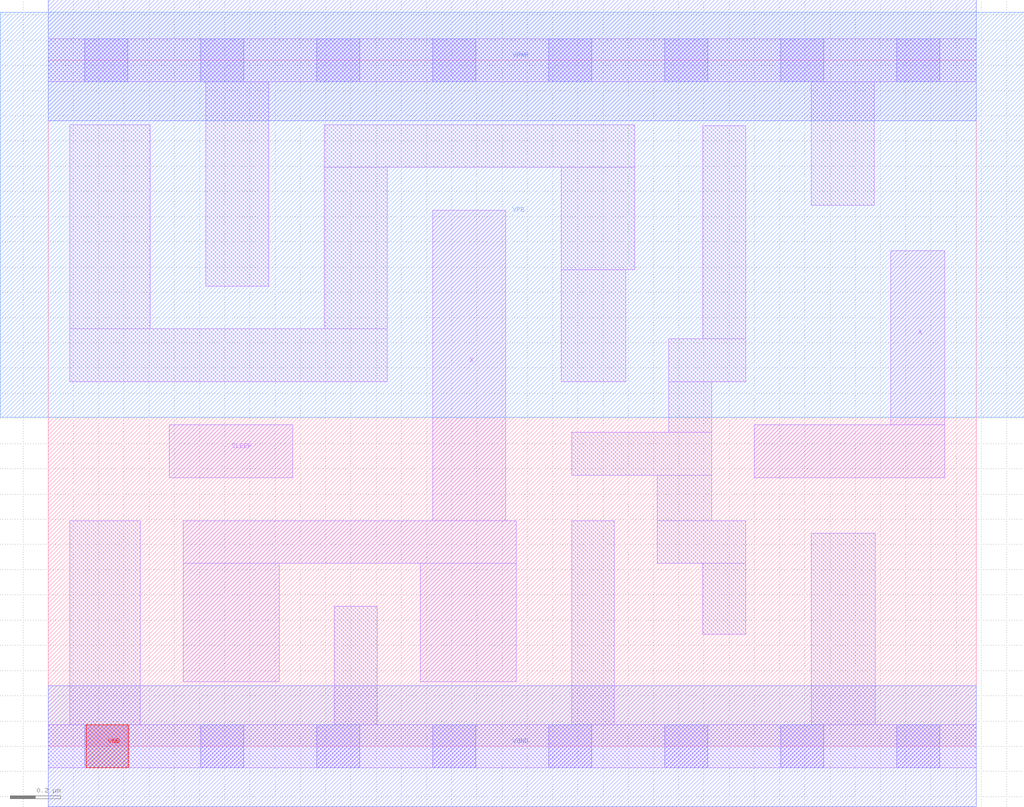
<source format=lef>
# Copyright 2020 The SkyWater PDK Authors
#
# Licensed under the Apache License, Version 2.0 (the "License");
# you may not use this file except in compliance with the License.
# You may obtain a copy of the License at
#
#     https://www.apache.org/licenses/LICENSE-2.0
#
# Unless required by applicable law or agreed to in writing, software
# distributed under the License is distributed on an "AS IS" BASIS,
# WITHOUT WARRANTIES OR CONDITIONS OF ANY KIND, either express or implied.
# See the License for the specific language governing permissions and
# limitations under the License.
#
# SPDX-License-Identifier: Apache-2.0

VERSION 5.7 ;
  NOWIREEXTENSIONATPIN ON ;
  DIVIDERCHAR "/" ;
  BUSBITCHARS "[]" ;
PROPERTYDEFINITIONS
  MACRO maskLayoutSubType STRING ;
  MACRO prCellType STRING ;
  MACRO originalViewName STRING ;
END PROPERTYDEFINITIONS
MACRO sky130_fd_sc_hdll__isobufsrc_2
  CLASS CORE ;
  FOREIGN sky130_fd_sc_hdll__isobufsrc_2 ;
  ORIGIN  0.000000  0.000000 ;
  SIZE  3.680000 BY  2.720000 ;
  SYMMETRY X Y R90 ;
  SITE unithd ;
  PIN A
    ANTENNAGATEAREA  0.138600 ;
    DIRECTION INPUT ;
    USE SIGNAL ;
    PORT
      LAYER li1 ;
        RECT 2.800000 1.065000 3.555000 1.275000 ;
        RECT 3.340000 1.275000 3.555000 1.965000 ;
    END
  END A
  PIN SLEEP
    ANTENNAGATEAREA  0.555000 ;
    DIRECTION INPUT ;
    USE SIGNAL ;
    PORT
      LAYER li1 ;
        RECT 0.480000 1.065000 0.970000 1.275000 ;
    END
  END SLEEP
  PIN X
    ANTENNADIFFAREA  0.771000 ;
    DIRECTION OUTPUT ;
    USE SIGNAL ;
    PORT
      LAYER li1 ;
        RECT 0.535000 0.255000 0.915000 0.725000 ;
        RECT 0.535000 0.725000 1.855000 0.895000 ;
        RECT 1.475000 0.255000 1.855000 0.725000 ;
        RECT 1.525000 0.895000 1.815000 2.125000 ;
    END
  END X
  PIN VGND
    DIRECTION INOUT ;
    USE GROUND ;
    PORT
      LAYER met1 ;
        RECT 0.000000 -0.240000 3.680000 0.240000 ;
    END
  END VGND
  PIN VNB
    DIRECTION INOUT ;
    USE GROUND ;
    PORT
      LAYER pwell ;
        RECT 0.150000 -0.085000 0.320000 0.085000 ;
    END
  END VNB
  PIN VPB
    DIRECTION INOUT ;
    USE POWER ;
    PORT
      LAYER nwell ;
        RECT -0.190000 1.305000 3.870000 2.910000 ;
    END
  END VPB
  PIN VPWR
    DIRECTION INOUT ;
    USE POWER ;
    PORT
      LAYER met1 ;
        RECT 0.000000 2.480000 3.680000 2.960000 ;
    END
  END VPWR
  OBS
    LAYER li1 ;
      RECT 0.000000 -0.085000 3.680000 0.085000 ;
      RECT 0.000000  2.635000 3.680000 2.805000 ;
      RECT 0.085000  0.085000 0.365000 0.895000 ;
      RECT 0.085000  1.445000 1.345000 1.655000 ;
      RECT 0.085000  1.655000 0.405000 2.465000 ;
      RECT 0.625000  1.825000 0.875000 2.635000 ;
      RECT 1.095000  1.655000 1.345000 2.295000 ;
      RECT 1.095000  2.295000 2.325000 2.465000 ;
      RECT 1.135000  0.085000 1.305000 0.555000 ;
      RECT 2.035000  1.445000 2.290000 1.890000 ;
      RECT 2.035000  1.890000 2.325000 2.295000 ;
      RECT 2.075000  0.085000 2.245000 0.895000 ;
      RECT 2.075000  1.075000 2.630000 1.245000 ;
      RECT 2.415000  0.725000 2.765000 0.895000 ;
      RECT 2.415000  0.895000 2.630000 1.075000 ;
      RECT 2.460000  1.245000 2.630000 1.445000 ;
      RECT 2.460000  1.445000 2.765000 1.615000 ;
      RECT 2.595000  0.445000 2.765000 0.725000 ;
      RECT 2.595000  1.615000 2.765000 2.460000 ;
      RECT 3.025000  0.085000 3.280000 0.845000 ;
      RECT 3.025000  2.145000 3.275000 2.635000 ;
    LAYER mcon ;
      RECT 0.145000 -0.085000 0.315000 0.085000 ;
      RECT 0.145000  2.635000 0.315000 2.805000 ;
      RECT 0.605000 -0.085000 0.775000 0.085000 ;
      RECT 0.605000  2.635000 0.775000 2.805000 ;
      RECT 1.065000 -0.085000 1.235000 0.085000 ;
      RECT 1.065000  2.635000 1.235000 2.805000 ;
      RECT 1.525000 -0.085000 1.695000 0.085000 ;
      RECT 1.525000  2.635000 1.695000 2.805000 ;
      RECT 1.985000 -0.085000 2.155000 0.085000 ;
      RECT 1.985000  2.635000 2.155000 2.805000 ;
      RECT 2.445000 -0.085000 2.615000 0.085000 ;
      RECT 2.445000  2.635000 2.615000 2.805000 ;
      RECT 2.905000 -0.085000 3.075000 0.085000 ;
      RECT 2.905000  2.635000 3.075000 2.805000 ;
      RECT 3.365000 -0.085000 3.535000 0.085000 ;
      RECT 3.365000  2.635000 3.535000 2.805000 ;
  END
  PROPERTY maskLayoutSubType "abstract" ;
  PROPERTY prCellType "standard" ;
  PROPERTY originalViewName "layout" ;
END sky130_fd_sc_hdll__isobufsrc_2
END LIBRARY

</source>
